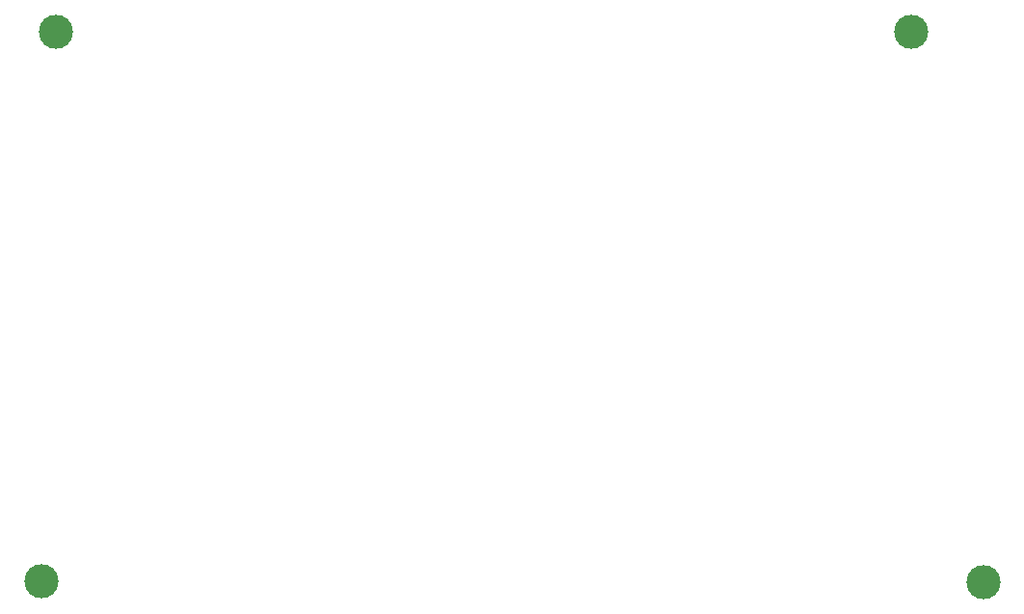
<source format=gtl>
G04 Layer: TopLayer*
G04 EasyEDA v6.3.43, 2020-05-26T18:23:52+03:00*
G04 dd767f53ccd649248a678c50c1d97086,f9dd7a7386164c639c8d3f8ae34e3483,NaN*
G04 Gerber Generator version 0.2*
G04 Scale: 100 percent, Rotated: No, Reflected: No *
G04 Dimensions in millimeters *
G04 leading zeros omitted , absolute positions ,3 integer and 3 decimal *
%FSLAX33Y33*%
%MOMM*%
G90*
G71D02*

%ADD11C,2.999994*%

%LPD*%
G54D11*
G01X11938Y63373D03*
G01X86995Y63373D03*
G01X10668Y15113D03*
G01X93345Y14986D03*
M00*
M02*

</source>
